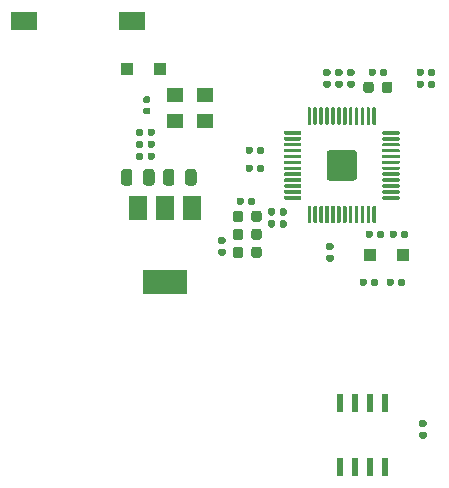
<source format=gbr>
%TF.GenerationSoftware,KiCad,Pcbnew,5.1.12*%
%TF.CreationDate,2021-12-06T16:47:01+08:00*%
%TF.ProjectId,elf2,656c6632-2e6b-4696-9361-645f70636258,rev?*%
%TF.SameCoordinates,Original*%
%TF.FileFunction,Paste,Top*%
%TF.FilePolarity,Positive*%
%FSLAX46Y46*%
G04 Gerber Fmt 4.6, Leading zero omitted, Abs format (unit mm)*
G04 Created by KiCad (PCBNEW 5.1.12) date 2021-12-06 16:47:01*
%MOMM*%
%LPD*%
G01*
G04 APERTURE LIST*
%ADD10R,1.400000X1.200000*%
%ADD11R,2.180000X1.600000*%
%ADD12R,1.500000X2.000000*%
%ADD13R,3.800000X2.000000*%
%ADD14R,0.600000X1.550000*%
%ADD15R,1.100000X1.100000*%
G04 APERTURE END LIST*
%TO.C,U1*%
G36*
G01*
X130785999Y-61194000D02*
X132866001Y-61194000D01*
G75*
G02*
X133116000Y-61443999I0J-249999D01*
G01*
X133116000Y-63524001D01*
G75*
G02*
X132866001Y-63774000I-249999J0D01*
G01*
X130785999Y-63774000D01*
G75*
G02*
X130536000Y-63524001I0J249999D01*
G01*
X130536000Y-61443999D01*
G75*
G02*
X130785999Y-61194000I249999J0D01*
G01*
G37*
G36*
G01*
X134501000Y-57584000D02*
X134651000Y-57584000D01*
G75*
G02*
X134726000Y-57659000I0J-75000D01*
G01*
X134726000Y-58984000D01*
G75*
G02*
X134651000Y-59059000I-75000J0D01*
G01*
X134501000Y-59059000D01*
G75*
G02*
X134426000Y-58984000I0J75000D01*
G01*
X134426000Y-57659000D01*
G75*
G02*
X134501000Y-57584000I75000J0D01*
G01*
G37*
G36*
G01*
X134001000Y-57584000D02*
X134151000Y-57584000D01*
G75*
G02*
X134226000Y-57659000I0J-75000D01*
G01*
X134226000Y-58984000D01*
G75*
G02*
X134151000Y-59059000I-75000J0D01*
G01*
X134001000Y-59059000D01*
G75*
G02*
X133926000Y-58984000I0J75000D01*
G01*
X133926000Y-57659000D01*
G75*
G02*
X134001000Y-57584000I75000J0D01*
G01*
G37*
G36*
G01*
X133501000Y-57584000D02*
X133651000Y-57584000D01*
G75*
G02*
X133726000Y-57659000I0J-75000D01*
G01*
X133726000Y-58984000D01*
G75*
G02*
X133651000Y-59059000I-75000J0D01*
G01*
X133501000Y-59059000D01*
G75*
G02*
X133426000Y-58984000I0J75000D01*
G01*
X133426000Y-57659000D01*
G75*
G02*
X133501000Y-57584000I75000J0D01*
G01*
G37*
G36*
G01*
X133001000Y-57584000D02*
X133151000Y-57584000D01*
G75*
G02*
X133226000Y-57659000I0J-75000D01*
G01*
X133226000Y-58984000D01*
G75*
G02*
X133151000Y-59059000I-75000J0D01*
G01*
X133001000Y-59059000D01*
G75*
G02*
X132926000Y-58984000I0J75000D01*
G01*
X132926000Y-57659000D01*
G75*
G02*
X133001000Y-57584000I75000J0D01*
G01*
G37*
G36*
G01*
X132501000Y-57584000D02*
X132651000Y-57584000D01*
G75*
G02*
X132726000Y-57659000I0J-75000D01*
G01*
X132726000Y-58984000D01*
G75*
G02*
X132651000Y-59059000I-75000J0D01*
G01*
X132501000Y-59059000D01*
G75*
G02*
X132426000Y-58984000I0J75000D01*
G01*
X132426000Y-57659000D01*
G75*
G02*
X132501000Y-57584000I75000J0D01*
G01*
G37*
G36*
G01*
X132001000Y-57584000D02*
X132151000Y-57584000D01*
G75*
G02*
X132226000Y-57659000I0J-75000D01*
G01*
X132226000Y-58984000D01*
G75*
G02*
X132151000Y-59059000I-75000J0D01*
G01*
X132001000Y-59059000D01*
G75*
G02*
X131926000Y-58984000I0J75000D01*
G01*
X131926000Y-57659000D01*
G75*
G02*
X132001000Y-57584000I75000J0D01*
G01*
G37*
G36*
G01*
X131501000Y-57584000D02*
X131651000Y-57584000D01*
G75*
G02*
X131726000Y-57659000I0J-75000D01*
G01*
X131726000Y-58984000D01*
G75*
G02*
X131651000Y-59059000I-75000J0D01*
G01*
X131501000Y-59059000D01*
G75*
G02*
X131426000Y-58984000I0J75000D01*
G01*
X131426000Y-57659000D01*
G75*
G02*
X131501000Y-57584000I75000J0D01*
G01*
G37*
G36*
G01*
X131001000Y-57584000D02*
X131151000Y-57584000D01*
G75*
G02*
X131226000Y-57659000I0J-75000D01*
G01*
X131226000Y-58984000D01*
G75*
G02*
X131151000Y-59059000I-75000J0D01*
G01*
X131001000Y-59059000D01*
G75*
G02*
X130926000Y-58984000I0J75000D01*
G01*
X130926000Y-57659000D01*
G75*
G02*
X131001000Y-57584000I75000J0D01*
G01*
G37*
G36*
G01*
X130501000Y-57584000D02*
X130651000Y-57584000D01*
G75*
G02*
X130726000Y-57659000I0J-75000D01*
G01*
X130726000Y-58984000D01*
G75*
G02*
X130651000Y-59059000I-75000J0D01*
G01*
X130501000Y-59059000D01*
G75*
G02*
X130426000Y-58984000I0J75000D01*
G01*
X130426000Y-57659000D01*
G75*
G02*
X130501000Y-57584000I75000J0D01*
G01*
G37*
G36*
G01*
X130001000Y-57584000D02*
X130151000Y-57584000D01*
G75*
G02*
X130226000Y-57659000I0J-75000D01*
G01*
X130226000Y-58984000D01*
G75*
G02*
X130151000Y-59059000I-75000J0D01*
G01*
X130001000Y-59059000D01*
G75*
G02*
X129926000Y-58984000I0J75000D01*
G01*
X129926000Y-57659000D01*
G75*
G02*
X130001000Y-57584000I75000J0D01*
G01*
G37*
G36*
G01*
X129501000Y-57584000D02*
X129651000Y-57584000D01*
G75*
G02*
X129726000Y-57659000I0J-75000D01*
G01*
X129726000Y-58984000D01*
G75*
G02*
X129651000Y-59059000I-75000J0D01*
G01*
X129501000Y-59059000D01*
G75*
G02*
X129426000Y-58984000I0J75000D01*
G01*
X129426000Y-57659000D01*
G75*
G02*
X129501000Y-57584000I75000J0D01*
G01*
G37*
G36*
G01*
X129001000Y-57584000D02*
X129151000Y-57584000D01*
G75*
G02*
X129226000Y-57659000I0J-75000D01*
G01*
X129226000Y-58984000D01*
G75*
G02*
X129151000Y-59059000I-75000J0D01*
G01*
X129001000Y-59059000D01*
G75*
G02*
X128926000Y-58984000I0J75000D01*
G01*
X128926000Y-57659000D01*
G75*
G02*
X129001000Y-57584000I75000J0D01*
G01*
G37*
G36*
G01*
X127001000Y-59584000D02*
X128326000Y-59584000D01*
G75*
G02*
X128401000Y-59659000I0J-75000D01*
G01*
X128401000Y-59809000D01*
G75*
G02*
X128326000Y-59884000I-75000J0D01*
G01*
X127001000Y-59884000D01*
G75*
G02*
X126926000Y-59809000I0J75000D01*
G01*
X126926000Y-59659000D01*
G75*
G02*
X127001000Y-59584000I75000J0D01*
G01*
G37*
G36*
G01*
X127001000Y-60084000D02*
X128326000Y-60084000D01*
G75*
G02*
X128401000Y-60159000I0J-75000D01*
G01*
X128401000Y-60309000D01*
G75*
G02*
X128326000Y-60384000I-75000J0D01*
G01*
X127001000Y-60384000D01*
G75*
G02*
X126926000Y-60309000I0J75000D01*
G01*
X126926000Y-60159000D01*
G75*
G02*
X127001000Y-60084000I75000J0D01*
G01*
G37*
G36*
G01*
X127001000Y-60584000D02*
X128326000Y-60584000D01*
G75*
G02*
X128401000Y-60659000I0J-75000D01*
G01*
X128401000Y-60809000D01*
G75*
G02*
X128326000Y-60884000I-75000J0D01*
G01*
X127001000Y-60884000D01*
G75*
G02*
X126926000Y-60809000I0J75000D01*
G01*
X126926000Y-60659000D01*
G75*
G02*
X127001000Y-60584000I75000J0D01*
G01*
G37*
G36*
G01*
X127001000Y-61084000D02*
X128326000Y-61084000D01*
G75*
G02*
X128401000Y-61159000I0J-75000D01*
G01*
X128401000Y-61309000D01*
G75*
G02*
X128326000Y-61384000I-75000J0D01*
G01*
X127001000Y-61384000D01*
G75*
G02*
X126926000Y-61309000I0J75000D01*
G01*
X126926000Y-61159000D01*
G75*
G02*
X127001000Y-61084000I75000J0D01*
G01*
G37*
G36*
G01*
X127001000Y-61584000D02*
X128326000Y-61584000D01*
G75*
G02*
X128401000Y-61659000I0J-75000D01*
G01*
X128401000Y-61809000D01*
G75*
G02*
X128326000Y-61884000I-75000J0D01*
G01*
X127001000Y-61884000D01*
G75*
G02*
X126926000Y-61809000I0J75000D01*
G01*
X126926000Y-61659000D01*
G75*
G02*
X127001000Y-61584000I75000J0D01*
G01*
G37*
G36*
G01*
X127001000Y-62084000D02*
X128326000Y-62084000D01*
G75*
G02*
X128401000Y-62159000I0J-75000D01*
G01*
X128401000Y-62309000D01*
G75*
G02*
X128326000Y-62384000I-75000J0D01*
G01*
X127001000Y-62384000D01*
G75*
G02*
X126926000Y-62309000I0J75000D01*
G01*
X126926000Y-62159000D01*
G75*
G02*
X127001000Y-62084000I75000J0D01*
G01*
G37*
G36*
G01*
X127001000Y-62584000D02*
X128326000Y-62584000D01*
G75*
G02*
X128401000Y-62659000I0J-75000D01*
G01*
X128401000Y-62809000D01*
G75*
G02*
X128326000Y-62884000I-75000J0D01*
G01*
X127001000Y-62884000D01*
G75*
G02*
X126926000Y-62809000I0J75000D01*
G01*
X126926000Y-62659000D01*
G75*
G02*
X127001000Y-62584000I75000J0D01*
G01*
G37*
G36*
G01*
X127001000Y-63084000D02*
X128326000Y-63084000D01*
G75*
G02*
X128401000Y-63159000I0J-75000D01*
G01*
X128401000Y-63309000D01*
G75*
G02*
X128326000Y-63384000I-75000J0D01*
G01*
X127001000Y-63384000D01*
G75*
G02*
X126926000Y-63309000I0J75000D01*
G01*
X126926000Y-63159000D01*
G75*
G02*
X127001000Y-63084000I75000J0D01*
G01*
G37*
G36*
G01*
X127001000Y-63584000D02*
X128326000Y-63584000D01*
G75*
G02*
X128401000Y-63659000I0J-75000D01*
G01*
X128401000Y-63809000D01*
G75*
G02*
X128326000Y-63884000I-75000J0D01*
G01*
X127001000Y-63884000D01*
G75*
G02*
X126926000Y-63809000I0J75000D01*
G01*
X126926000Y-63659000D01*
G75*
G02*
X127001000Y-63584000I75000J0D01*
G01*
G37*
G36*
G01*
X127001000Y-64084000D02*
X128326000Y-64084000D01*
G75*
G02*
X128401000Y-64159000I0J-75000D01*
G01*
X128401000Y-64309000D01*
G75*
G02*
X128326000Y-64384000I-75000J0D01*
G01*
X127001000Y-64384000D01*
G75*
G02*
X126926000Y-64309000I0J75000D01*
G01*
X126926000Y-64159000D01*
G75*
G02*
X127001000Y-64084000I75000J0D01*
G01*
G37*
G36*
G01*
X127001000Y-64584000D02*
X128326000Y-64584000D01*
G75*
G02*
X128401000Y-64659000I0J-75000D01*
G01*
X128401000Y-64809000D01*
G75*
G02*
X128326000Y-64884000I-75000J0D01*
G01*
X127001000Y-64884000D01*
G75*
G02*
X126926000Y-64809000I0J75000D01*
G01*
X126926000Y-64659000D01*
G75*
G02*
X127001000Y-64584000I75000J0D01*
G01*
G37*
G36*
G01*
X127001000Y-65084000D02*
X128326000Y-65084000D01*
G75*
G02*
X128401000Y-65159000I0J-75000D01*
G01*
X128401000Y-65309000D01*
G75*
G02*
X128326000Y-65384000I-75000J0D01*
G01*
X127001000Y-65384000D01*
G75*
G02*
X126926000Y-65309000I0J75000D01*
G01*
X126926000Y-65159000D01*
G75*
G02*
X127001000Y-65084000I75000J0D01*
G01*
G37*
G36*
G01*
X129001000Y-65909000D02*
X129151000Y-65909000D01*
G75*
G02*
X129226000Y-65984000I0J-75000D01*
G01*
X129226000Y-67309000D01*
G75*
G02*
X129151000Y-67384000I-75000J0D01*
G01*
X129001000Y-67384000D01*
G75*
G02*
X128926000Y-67309000I0J75000D01*
G01*
X128926000Y-65984000D01*
G75*
G02*
X129001000Y-65909000I75000J0D01*
G01*
G37*
G36*
G01*
X129501000Y-65909000D02*
X129651000Y-65909000D01*
G75*
G02*
X129726000Y-65984000I0J-75000D01*
G01*
X129726000Y-67309000D01*
G75*
G02*
X129651000Y-67384000I-75000J0D01*
G01*
X129501000Y-67384000D01*
G75*
G02*
X129426000Y-67309000I0J75000D01*
G01*
X129426000Y-65984000D01*
G75*
G02*
X129501000Y-65909000I75000J0D01*
G01*
G37*
G36*
G01*
X130001000Y-65909000D02*
X130151000Y-65909000D01*
G75*
G02*
X130226000Y-65984000I0J-75000D01*
G01*
X130226000Y-67309000D01*
G75*
G02*
X130151000Y-67384000I-75000J0D01*
G01*
X130001000Y-67384000D01*
G75*
G02*
X129926000Y-67309000I0J75000D01*
G01*
X129926000Y-65984000D01*
G75*
G02*
X130001000Y-65909000I75000J0D01*
G01*
G37*
G36*
G01*
X130501000Y-65909000D02*
X130651000Y-65909000D01*
G75*
G02*
X130726000Y-65984000I0J-75000D01*
G01*
X130726000Y-67309000D01*
G75*
G02*
X130651000Y-67384000I-75000J0D01*
G01*
X130501000Y-67384000D01*
G75*
G02*
X130426000Y-67309000I0J75000D01*
G01*
X130426000Y-65984000D01*
G75*
G02*
X130501000Y-65909000I75000J0D01*
G01*
G37*
G36*
G01*
X131001000Y-65909000D02*
X131151000Y-65909000D01*
G75*
G02*
X131226000Y-65984000I0J-75000D01*
G01*
X131226000Y-67309000D01*
G75*
G02*
X131151000Y-67384000I-75000J0D01*
G01*
X131001000Y-67384000D01*
G75*
G02*
X130926000Y-67309000I0J75000D01*
G01*
X130926000Y-65984000D01*
G75*
G02*
X131001000Y-65909000I75000J0D01*
G01*
G37*
G36*
G01*
X131501000Y-65909000D02*
X131651000Y-65909000D01*
G75*
G02*
X131726000Y-65984000I0J-75000D01*
G01*
X131726000Y-67309000D01*
G75*
G02*
X131651000Y-67384000I-75000J0D01*
G01*
X131501000Y-67384000D01*
G75*
G02*
X131426000Y-67309000I0J75000D01*
G01*
X131426000Y-65984000D01*
G75*
G02*
X131501000Y-65909000I75000J0D01*
G01*
G37*
G36*
G01*
X132001000Y-65909000D02*
X132151000Y-65909000D01*
G75*
G02*
X132226000Y-65984000I0J-75000D01*
G01*
X132226000Y-67309000D01*
G75*
G02*
X132151000Y-67384000I-75000J0D01*
G01*
X132001000Y-67384000D01*
G75*
G02*
X131926000Y-67309000I0J75000D01*
G01*
X131926000Y-65984000D01*
G75*
G02*
X132001000Y-65909000I75000J0D01*
G01*
G37*
G36*
G01*
X132501000Y-65909000D02*
X132651000Y-65909000D01*
G75*
G02*
X132726000Y-65984000I0J-75000D01*
G01*
X132726000Y-67309000D01*
G75*
G02*
X132651000Y-67384000I-75000J0D01*
G01*
X132501000Y-67384000D01*
G75*
G02*
X132426000Y-67309000I0J75000D01*
G01*
X132426000Y-65984000D01*
G75*
G02*
X132501000Y-65909000I75000J0D01*
G01*
G37*
G36*
G01*
X133001000Y-65909000D02*
X133151000Y-65909000D01*
G75*
G02*
X133226000Y-65984000I0J-75000D01*
G01*
X133226000Y-67309000D01*
G75*
G02*
X133151000Y-67384000I-75000J0D01*
G01*
X133001000Y-67384000D01*
G75*
G02*
X132926000Y-67309000I0J75000D01*
G01*
X132926000Y-65984000D01*
G75*
G02*
X133001000Y-65909000I75000J0D01*
G01*
G37*
G36*
G01*
X133501000Y-65909000D02*
X133651000Y-65909000D01*
G75*
G02*
X133726000Y-65984000I0J-75000D01*
G01*
X133726000Y-67309000D01*
G75*
G02*
X133651000Y-67384000I-75000J0D01*
G01*
X133501000Y-67384000D01*
G75*
G02*
X133426000Y-67309000I0J75000D01*
G01*
X133426000Y-65984000D01*
G75*
G02*
X133501000Y-65909000I75000J0D01*
G01*
G37*
G36*
G01*
X134001000Y-65909000D02*
X134151000Y-65909000D01*
G75*
G02*
X134226000Y-65984000I0J-75000D01*
G01*
X134226000Y-67309000D01*
G75*
G02*
X134151000Y-67384000I-75000J0D01*
G01*
X134001000Y-67384000D01*
G75*
G02*
X133926000Y-67309000I0J75000D01*
G01*
X133926000Y-65984000D01*
G75*
G02*
X134001000Y-65909000I75000J0D01*
G01*
G37*
G36*
G01*
X134501000Y-65909000D02*
X134651000Y-65909000D01*
G75*
G02*
X134726000Y-65984000I0J-75000D01*
G01*
X134726000Y-67309000D01*
G75*
G02*
X134651000Y-67384000I-75000J0D01*
G01*
X134501000Y-67384000D01*
G75*
G02*
X134426000Y-67309000I0J75000D01*
G01*
X134426000Y-65984000D01*
G75*
G02*
X134501000Y-65909000I75000J0D01*
G01*
G37*
G36*
G01*
X135326000Y-65084000D02*
X136651000Y-65084000D01*
G75*
G02*
X136726000Y-65159000I0J-75000D01*
G01*
X136726000Y-65309000D01*
G75*
G02*
X136651000Y-65384000I-75000J0D01*
G01*
X135326000Y-65384000D01*
G75*
G02*
X135251000Y-65309000I0J75000D01*
G01*
X135251000Y-65159000D01*
G75*
G02*
X135326000Y-65084000I75000J0D01*
G01*
G37*
G36*
G01*
X135326000Y-64584000D02*
X136651000Y-64584000D01*
G75*
G02*
X136726000Y-64659000I0J-75000D01*
G01*
X136726000Y-64809000D01*
G75*
G02*
X136651000Y-64884000I-75000J0D01*
G01*
X135326000Y-64884000D01*
G75*
G02*
X135251000Y-64809000I0J75000D01*
G01*
X135251000Y-64659000D01*
G75*
G02*
X135326000Y-64584000I75000J0D01*
G01*
G37*
G36*
G01*
X135326000Y-64084000D02*
X136651000Y-64084000D01*
G75*
G02*
X136726000Y-64159000I0J-75000D01*
G01*
X136726000Y-64309000D01*
G75*
G02*
X136651000Y-64384000I-75000J0D01*
G01*
X135326000Y-64384000D01*
G75*
G02*
X135251000Y-64309000I0J75000D01*
G01*
X135251000Y-64159000D01*
G75*
G02*
X135326000Y-64084000I75000J0D01*
G01*
G37*
G36*
G01*
X135326000Y-63584000D02*
X136651000Y-63584000D01*
G75*
G02*
X136726000Y-63659000I0J-75000D01*
G01*
X136726000Y-63809000D01*
G75*
G02*
X136651000Y-63884000I-75000J0D01*
G01*
X135326000Y-63884000D01*
G75*
G02*
X135251000Y-63809000I0J75000D01*
G01*
X135251000Y-63659000D01*
G75*
G02*
X135326000Y-63584000I75000J0D01*
G01*
G37*
G36*
G01*
X135326000Y-63084000D02*
X136651000Y-63084000D01*
G75*
G02*
X136726000Y-63159000I0J-75000D01*
G01*
X136726000Y-63309000D01*
G75*
G02*
X136651000Y-63384000I-75000J0D01*
G01*
X135326000Y-63384000D01*
G75*
G02*
X135251000Y-63309000I0J75000D01*
G01*
X135251000Y-63159000D01*
G75*
G02*
X135326000Y-63084000I75000J0D01*
G01*
G37*
G36*
G01*
X135326000Y-62584000D02*
X136651000Y-62584000D01*
G75*
G02*
X136726000Y-62659000I0J-75000D01*
G01*
X136726000Y-62809000D01*
G75*
G02*
X136651000Y-62884000I-75000J0D01*
G01*
X135326000Y-62884000D01*
G75*
G02*
X135251000Y-62809000I0J75000D01*
G01*
X135251000Y-62659000D01*
G75*
G02*
X135326000Y-62584000I75000J0D01*
G01*
G37*
G36*
G01*
X135326000Y-62084000D02*
X136651000Y-62084000D01*
G75*
G02*
X136726000Y-62159000I0J-75000D01*
G01*
X136726000Y-62309000D01*
G75*
G02*
X136651000Y-62384000I-75000J0D01*
G01*
X135326000Y-62384000D01*
G75*
G02*
X135251000Y-62309000I0J75000D01*
G01*
X135251000Y-62159000D01*
G75*
G02*
X135326000Y-62084000I75000J0D01*
G01*
G37*
G36*
G01*
X135326000Y-61584000D02*
X136651000Y-61584000D01*
G75*
G02*
X136726000Y-61659000I0J-75000D01*
G01*
X136726000Y-61809000D01*
G75*
G02*
X136651000Y-61884000I-75000J0D01*
G01*
X135326000Y-61884000D01*
G75*
G02*
X135251000Y-61809000I0J75000D01*
G01*
X135251000Y-61659000D01*
G75*
G02*
X135326000Y-61584000I75000J0D01*
G01*
G37*
G36*
G01*
X135326000Y-61084000D02*
X136651000Y-61084000D01*
G75*
G02*
X136726000Y-61159000I0J-75000D01*
G01*
X136726000Y-61309000D01*
G75*
G02*
X136651000Y-61384000I-75000J0D01*
G01*
X135326000Y-61384000D01*
G75*
G02*
X135251000Y-61309000I0J75000D01*
G01*
X135251000Y-61159000D01*
G75*
G02*
X135326000Y-61084000I75000J0D01*
G01*
G37*
G36*
G01*
X135326000Y-60584000D02*
X136651000Y-60584000D01*
G75*
G02*
X136726000Y-60659000I0J-75000D01*
G01*
X136726000Y-60809000D01*
G75*
G02*
X136651000Y-60884000I-75000J0D01*
G01*
X135326000Y-60884000D01*
G75*
G02*
X135251000Y-60809000I0J75000D01*
G01*
X135251000Y-60659000D01*
G75*
G02*
X135326000Y-60584000I75000J0D01*
G01*
G37*
G36*
G01*
X135326000Y-60084000D02*
X136651000Y-60084000D01*
G75*
G02*
X136726000Y-60159000I0J-75000D01*
G01*
X136726000Y-60309000D01*
G75*
G02*
X136651000Y-60384000I-75000J0D01*
G01*
X135326000Y-60384000D01*
G75*
G02*
X135251000Y-60309000I0J75000D01*
G01*
X135251000Y-60159000D01*
G75*
G02*
X135326000Y-60084000I75000J0D01*
G01*
G37*
G36*
G01*
X135326000Y-59584000D02*
X136651000Y-59584000D01*
G75*
G02*
X136726000Y-59659000I0J-75000D01*
G01*
X136726000Y-59809000D01*
G75*
G02*
X136651000Y-59884000I-75000J0D01*
G01*
X135326000Y-59884000D01*
G75*
G02*
X135251000Y-59809000I0J75000D01*
G01*
X135251000Y-59659000D01*
G75*
G02*
X135326000Y-59584000I75000J0D01*
G01*
G37*
%TD*%
D10*
%TO.C,X1*%
X117668000Y-56559001D03*
X120208000Y-56559001D03*
X120208000Y-58759001D03*
X117668000Y-58759001D03*
%TD*%
%TO.C,C16*%
G36*
G01*
X115486000Y-57204000D02*
X115146000Y-57204000D01*
G75*
G02*
X115006000Y-57064000I0J140000D01*
G01*
X115006000Y-56784000D01*
G75*
G02*
X115146000Y-56644000I140000J0D01*
G01*
X115486000Y-56644000D01*
G75*
G02*
X115626000Y-56784000I0J-140000D01*
G01*
X115626000Y-57064000D01*
G75*
G02*
X115486000Y-57204000I-140000J0D01*
G01*
G37*
G36*
G01*
X115486000Y-58164000D02*
X115146000Y-58164000D01*
G75*
G02*
X115006000Y-58024000I0J140000D01*
G01*
X115006000Y-57744000D01*
G75*
G02*
X115146000Y-57604000I140000J0D01*
G01*
X115486000Y-57604000D01*
G75*
G02*
X115626000Y-57744000I0J-140000D01*
G01*
X115626000Y-58024000D01*
G75*
G02*
X115486000Y-58164000I-140000J0D01*
G01*
G37*
%TD*%
D11*
%TO.C,SW1*%
X104884000Y-50292000D03*
X114064000Y-50292000D03*
%TD*%
%TO.C,C9*%
G36*
G01*
X134892000Y-72217500D02*
X134892000Y-72562500D01*
G75*
G02*
X134744500Y-72710000I-147500J0D01*
G01*
X134449500Y-72710000D01*
G75*
G02*
X134302000Y-72562500I0J147500D01*
G01*
X134302000Y-72217500D01*
G75*
G02*
X134449500Y-72070000I147500J0D01*
G01*
X134744500Y-72070000D01*
G75*
G02*
X134892000Y-72217500I0J-147500D01*
G01*
G37*
G36*
G01*
X133922000Y-72217500D02*
X133922000Y-72562500D01*
G75*
G02*
X133774500Y-72710000I-147500J0D01*
G01*
X133479500Y-72710000D01*
G75*
G02*
X133332000Y-72562500I0J147500D01*
G01*
X133332000Y-72217500D01*
G75*
G02*
X133479500Y-72070000I147500J0D01*
G01*
X133774500Y-72070000D01*
G75*
G02*
X133922000Y-72217500I0J-147500D01*
G01*
G37*
%TD*%
D12*
%TO.C,U2*%
X119140000Y-66065000D03*
X114540000Y-66065000D03*
X116840000Y-66065000D03*
D13*
X116840000Y-72365000D03*
%TD*%
D14*
%TO.C,U3*%
X135509000Y-88044000D03*
X134239000Y-88044000D03*
X132969000Y-88044000D03*
X131699000Y-88044000D03*
X131699000Y-82644000D03*
X132969000Y-82644000D03*
X134239000Y-82644000D03*
X135509000Y-82644000D03*
%TD*%
%TO.C,C15*%
G36*
G01*
X138511500Y-84056000D02*
X138856500Y-84056000D01*
G75*
G02*
X139004000Y-84203500I0J-147500D01*
G01*
X139004000Y-84498500D01*
G75*
G02*
X138856500Y-84646000I-147500J0D01*
G01*
X138511500Y-84646000D01*
G75*
G02*
X138364000Y-84498500I0J147500D01*
G01*
X138364000Y-84203500D01*
G75*
G02*
X138511500Y-84056000I147500J0D01*
G01*
G37*
G36*
G01*
X138511500Y-85026000D02*
X138856500Y-85026000D01*
G75*
G02*
X139004000Y-85173500I0J-147500D01*
G01*
X139004000Y-85468500D01*
G75*
G02*
X138856500Y-85616000I-147500J0D01*
G01*
X138511500Y-85616000D01*
G75*
G02*
X138364000Y-85468500I0J147500D01*
G01*
X138364000Y-85173500D01*
G75*
G02*
X138511500Y-85026000I147500J0D01*
G01*
G37*
%TD*%
%TO.C,D3*%
G36*
G01*
X125050000Y-69593750D02*
X125050000Y-70106250D01*
G75*
G02*
X124831250Y-70325000I-218750J0D01*
G01*
X124393750Y-70325000D01*
G75*
G02*
X124175000Y-70106250I0J218750D01*
G01*
X124175000Y-69593750D01*
G75*
G02*
X124393750Y-69375000I218750J0D01*
G01*
X124831250Y-69375000D01*
G75*
G02*
X125050000Y-69593750I0J-218750D01*
G01*
G37*
G36*
G01*
X123475000Y-69593750D02*
X123475000Y-70106250D01*
G75*
G02*
X123256250Y-70325000I-218750J0D01*
G01*
X122818750Y-70325000D01*
G75*
G02*
X122600000Y-70106250I0J218750D01*
G01*
X122600000Y-69593750D01*
G75*
G02*
X122818750Y-69375000I218750J0D01*
G01*
X123256250Y-69375000D01*
G75*
G02*
X123475000Y-69593750I0J-218750D01*
G01*
G37*
%TD*%
%TO.C,D4*%
G36*
G01*
X124175000Y-68582250D02*
X124175000Y-68069750D01*
G75*
G02*
X124393750Y-67851000I218750J0D01*
G01*
X124831250Y-67851000D01*
G75*
G02*
X125050000Y-68069750I0J-218750D01*
G01*
X125050000Y-68582250D01*
G75*
G02*
X124831250Y-68801000I-218750J0D01*
G01*
X124393750Y-68801000D01*
G75*
G02*
X124175000Y-68582250I0J218750D01*
G01*
G37*
G36*
G01*
X122600000Y-68582250D02*
X122600000Y-68069750D01*
G75*
G02*
X122818750Y-67851000I218750J0D01*
G01*
X123256250Y-67851000D01*
G75*
G02*
X123475000Y-68069750I0J-218750D01*
G01*
X123475000Y-68582250D01*
G75*
G02*
X123256250Y-68801000I-218750J0D01*
G01*
X122818750Y-68801000D01*
G75*
G02*
X122600000Y-68582250I0J218750D01*
G01*
G37*
%TD*%
%TO.C,D5*%
G36*
G01*
X122600000Y-67058250D02*
X122600000Y-66545750D01*
G75*
G02*
X122818750Y-66327000I218750J0D01*
G01*
X123256250Y-66327000D01*
G75*
G02*
X123475000Y-66545750I0J-218750D01*
G01*
X123475000Y-67058250D01*
G75*
G02*
X123256250Y-67277000I-218750J0D01*
G01*
X122818750Y-67277000D01*
G75*
G02*
X122600000Y-67058250I0J218750D01*
G01*
G37*
G36*
G01*
X124175000Y-67058250D02*
X124175000Y-66545750D01*
G75*
G02*
X124393750Y-66327000I218750J0D01*
G01*
X124831250Y-66327000D01*
G75*
G02*
X125050000Y-66545750I0J-218750D01*
G01*
X125050000Y-67058250D01*
G75*
G02*
X124831250Y-67277000I-218750J0D01*
G01*
X124393750Y-67277000D01*
G75*
G02*
X124175000Y-67058250I0J218750D01*
G01*
G37*
%TD*%
%TO.C,R8*%
G36*
G01*
X127145000Y-66248500D02*
X127145000Y-66593500D01*
G75*
G02*
X126997500Y-66741000I-147500J0D01*
G01*
X126702500Y-66741000D01*
G75*
G02*
X126555000Y-66593500I0J147500D01*
G01*
X126555000Y-66248500D01*
G75*
G02*
X126702500Y-66101000I147500J0D01*
G01*
X126997500Y-66101000D01*
G75*
G02*
X127145000Y-66248500I0J-147500D01*
G01*
G37*
G36*
G01*
X126175000Y-66248500D02*
X126175000Y-66593500D01*
G75*
G02*
X126027500Y-66741000I-147500J0D01*
G01*
X125732500Y-66741000D01*
G75*
G02*
X125585000Y-66593500I0J147500D01*
G01*
X125585000Y-66248500D01*
G75*
G02*
X125732500Y-66101000I147500J0D01*
G01*
X126027500Y-66101000D01*
G75*
G02*
X126175000Y-66248500I0J-147500D01*
G01*
G37*
%TD*%
%TO.C,R7*%
G36*
G01*
X126175000Y-67264500D02*
X126175000Y-67609500D01*
G75*
G02*
X126027500Y-67757000I-147500J0D01*
G01*
X125732500Y-67757000D01*
G75*
G02*
X125585000Y-67609500I0J147500D01*
G01*
X125585000Y-67264500D01*
G75*
G02*
X125732500Y-67117000I147500J0D01*
G01*
X126027500Y-67117000D01*
G75*
G02*
X126175000Y-67264500I0J-147500D01*
G01*
G37*
G36*
G01*
X127145000Y-67264500D02*
X127145000Y-67609500D01*
G75*
G02*
X126997500Y-67757000I-147500J0D01*
G01*
X126702500Y-67757000D01*
G75*
G02*
X126555000Y-67609500I0J147500D01*
G01*
X126555000Y-67264500D01*
G75*
G02*
X126702500Y-67117000I147500J0D01*
G01*
X126997500Y-67117000D01*
G75*
G02*
X127145000Y-67264500I0J-147500D01*
G01*
G37*
%TD*%
%TO.C,R6*%
G36*
G01*
X121493500Y-68562000D02*
X121838500Y-68562000D01*
G75*
G02*
X121986000Y-68709500I0J-147500D01*
G01*
X121986000Y-69004500D01*
G75*
G02*
X121838500Y-69152000I-147500J0D01*
G01*
X121493500Y-69152000D01*
G75*
G02*
X121346000Y-69004500I0J147500D01*
G01*
X121346000Y-68709500D01*
G75*
G02*
X121493500Y-68562000I147500J0D01*
G01*
G37*
G36*
G01*
X121493500Y-69532000D02*
X121838500Y-69532000D01*
G75*
G02*
X121986000Y-69679500I0J-147500D01*
G01*
X121986000Y-69974500D01*
G75*
G02*
X121838500Y-70122000I-147500J0D01*
G01*
X121493500Y-70122000D01*
G75*
G02*
X121346000Y-69974500I0J147500D01*
G01*
X121346000Y-69679500D01*
G75*
G02*
X121493500Y-69532000I147500J0D01*
G01*
G37*
%TD*%
%TO.C,R5*%
G36*
G01*
X132415500Y-55308000D02*
X132760500Y-55308000D01*
G75*
G02*
X132908000Y-55455500I0J-147500D01*
G01*
X132908000Y-55750500D01*
G75*
G02*
X132760500Y-55898000I-147500J0D01*
G01*
X132415500Y-55898000D01*
G75*
G02*
X132268000Y-55750500I0J147500D01*
G01*
X132268000Y-55455500D01*
G75*
G02*
X132415500Y-55308000I147500J0D01*
G01*
G37*
G36*
G01*
X132415500Y-54338000D02*
X132760500Y-54338000D01*
G75*
G02*
X132908000Y-54485500I0J-147500D01*
G01*
X132908000Y-54780500D01*
G75*
G02*
X132760500Y-54928000I-147500J0D01*
G01*
X132415500Y-54928000D01*
G75*
G02*
X132268000Y-54780500I0J147500D01*
G01*
X132268000Y-54485500D01*
G75*
G02*
X132415500Y-54338000I147500J0D01*
G01*
G37*
%TD*%
%TO.C,R4*%
G36*
G01*
X131744500Y-55898000D02*
X131399500Y-55898000D01*
G75*
G02*
X131252000Y-55750500I0J147500D01*
G01*
X131252000Y-55455500D01*
G75*
G02*
X131399500Y-55308000I147500J0D01*
G01*
X131744500Y-55308000D01*
G75*
G02*
X131892000Y-55455500I0J-147500D01*
G01*
X131892000Y-55750500D01*
G75*
G02*
X131744500Y-55898000I-147500J0D01*
G01*
G37*
G36*
G01*
X131744500Y-54928000D02*
X131399500Y-54928000D01*
G75*
G02*
X131252000Y-54780500I0J147500D01*
G01*
X131252000Y-54485500D01*
G75*
G02*
X131399500Y-54338000I147500J0D01*
G01*
X131744500Y-54338000D01*
G75*
G02*
X131892000Y-54485500I0J-147500D01*
G01*
X131892000Y-54780500D01*
G75*
G02*
X131744500Y-54928000I-147500J0D01*
G01*
G37*
%TD*%
%TO.C,C2*%
G36*
G01*
X124650000Y-61386500D02*
X124650000Y-61041500D01*
G75*
G02*
X124797500Y-60894000I147500J0D01*
G01*
X125092500Y-60894000D01*
G75*
G02*
X125240000Y-61041500I0J-147500D01*
G01*
X125240000Y-61386500D01*
G75*
G02*
X125092500Y-61534000I-147500J0D01*
G01*
X124797500Y-61534000D01*
G75*
G02*
X124650000Y-61386500I0J147500D01*
G01*
G37*
G36*
G01*
X123680000Y-61386500D02*
X123680000Y-61041500D01*
G75*
G02*
X123827500Y-60894000I147500J0D01*
G01*
X124122500Y-60894000D01*
G75*
G02*
X124270000Y-61041500I0J-147500D01*
G01*
X124270000Y-61386500D01*
G75*
G02*
X124122500Y-61534000I-147500J0D01*
G01*
X123827500Y-61534000D01*
G75*
G02*
X123680000Y-61386500I0J147500D01*
G01*
G37*
%TD*%
%TO.C,C3*%
G36*
G01*
X122918000Y-65704500D02*
X122918000Y-65359500D01*
G75*
G02*
X123065500Y-65212000I147500J0D01*
G01*
X123360500Y-65212000D01*
G75*
G02*
X123508000Y-65359500I0J-147500D01*
G01*
X123508000Y-65704500D01*
G75*
G02*
X123360500Y-65852000I-147500J0D01*
G01*
X123065500Y-65852000D01*
G75*
G02*
X122918000Y-65704500I0J147500D01*
G01*
G37*
G36*
G01*
X123888000Y-65704500D02*
X123888000Y-65359500D01*
G75*
G02*
X124035500Y-65212000I147500J0D01*
G01*
X124330500Y-65212000D01*
G75*
G02*
X124478000Y-65359500I0J-147500D01*
G01*
X124478000Y-65704500D01*
G75*
G02*
X124330500Y-65852000I-147500J0D01*
G01*
X124035500Y-65852000D01*
G75*
G02*
X123888000Y-65704500I0J147500D01*
G01*
G37*
%TD*%
%TO.C,C4*%
G36*
G01*
X130982500Y-69660000D02*
X130637500Y-69660000D01*
G75*
G02*
X130490000Y-69512500I0J147500D01*
G01*
X130490000Y-69217500D01*
G75*
G02*
X130637500Y-69070000I147500J0D01*
G01*
X130982500Y-69070000D01*
G75*
G02*
X131130000Y-69217500I0J-147500D01*
G01*
X131130000Y-69512500D01*
G75*
G02*
X130982500Y-69660000I-147500J0D01*
G01*
G37*
G36*
G01*
X130982500Y-70630000D02*
X130637500Y-70630000D01*
G75*
G02*
X130490000Y-70482500I0J147500D01*
G01*
X130490000Y-70187500D01*
G75*
G02*
X130637500Y-70040000I147500J0D01*
G01*
X130982500Y-70040000D01*
G75*
G02*
X131130000Y-70187500I0J-147500D01*
G01*
X131130000Y-70482500D01*
G75*
G02*
X130982500Y-70630000I-147500J0D01*
G01*
G37*
%TD*%
%TO.C,C7*%
G36*
G01*
X139718000Y-55453500D02*
X139718000Y-55798500D01*
G75*
G02*
X139570500Y-55946000I-147500J0D01*
G01*
X139275500Y-55946000D01*
G75*
G02*
X139128000Y-55798500I0J147500D01*
G01*
X139128000Y-55453500D01*
G75*
G02*
X139275500Y-55306000I147500J0D01*
G01*
X139570500Y-55306000D01*
G75*
G02*
X139718000Y-55453500I0J-147500D01*
G01*
G37*
G36*
G01*
X138748000Y-55453500D02*
X138748000Y-55798500D01*
G75*
G02*
X138600500Y-55946000I-147500J0D01*
G01*
X138305500Y-55946000D01*
G75*
G02*
X138158000Y-55798500I0J147500D01*
G01*
X138158000Y-55453500D01*
G75*
G02*
X138305500Y-55306000I147500J0D01*
G01*
X138600500Y-55306000D01*
G75*
G02*
X138748000Y-55453500I0J-147500D01*
G01*
G37*
%TD*%
%TO.C,C8*%
G36*
G01*
X136588000Y-72562500D02*
X136588000Y-72217500D01*
G75*
G02*
X136735500Y-72070000I147500J0D01*
G01*
X137030500Y-72070000D01*
G75*
G02*
X137178000Y-72217500I0J-147500D01*
G01*
X137178000Y-72562500D01*
G75*
G02*
X137030500Y-72710000I-147500J0D01*
G01*
X136735500Y-72710000D01*
G75*
G02*
X136588000Y-72562500I0J147500D01*
G01*
G37*
G36*
G01*
X135618000Y-72562500D02*
X135618000Y-72217500D01*
G75*
G02*
X135765500Y-72070000I147500J0D01*
G01*
X136060500Y-72070000D01*
G75*
G02*
X136208000Y-72217500I0J-147500D01*
G01*
X136208000Y-72562500D01*
G75*
G02*
X136060500Y-72710000I-147500J0D01*
G01*
X135765500Y-72710000D01*
G75*
G02*
X135618000Y-72562500I0J147500D01*
G01*
G37*
%TD*%
%TO.C,C10*%
G36*
G01*
X136462000Y-68153500D02*
X136462000Y-68498500D01*
G75*
G02*
X136314500Y-68646000I-147500J0D01*
G01*
X136019500Y-68646000D01*
G75*
G02*
X135872000Y-68498500I0J147500D01*
G01*
X135872000Y-68153500D01*
G75*
G02*
X136019500Y-68006000I147500J0D01*
G01*
X136314500Y-68006000D01*
G75*
G02*
X136462000Y-68153500I0J-147500D01*
G01*
G37*
G36*
G01*
X137432000Y-68153500D02*
X137432000Y-68498500D01*
G75*
G02*
X137284500Y-68646000I-147500J0D01*
G01*
X136989500Y-68646000D01*
G75*
G02*
X136842000Y-68498500I0J147500D01*
G01*
X136842000Y-68153500D01*
G75*
G02*
X136989500Y-68006000I147500J0D01*
G01*
X137284500Y-68006000D01*
G75*
G02*
X137432000Y-68153500I0J-147500D01*
G01*
G37*
%TD*%
%TO.C,C11*%
G36*
G01*
X125240000Y-62565500D02*
X125240000Y-62910500D01*
G75*
G02*
X125092500Y-63058000I-147500J0D01*
G01*
X124797500Y-63058000D01*
G75*
G02*
X124650000Y-62910500I0J147500D01*
G01*
X124650000Y-62565500D01*
G75*
G02*
X124797500Y-62418000I147500J0D01*
G01*
X125092500Y-62418000D01*
G75*
G02*
X125240000Y-62565500I0J-147500D01*
G01*
G37*
G36*
G01*
X124270000Y-62565500D02*
X124270000Y-62910500D01*
G75*
G02*
X124122500Y-63058000I-147500J0D01*
G01*
X123827500Y-63058000D01*
G75*
G02*
X123680000Y-62910500I0J147500D01*
G01*
X123680000Y-62565500D01*
G75*
G02*
X123827500Y-62418000I147500J0D01*
G01*
X124122500Y-62418000D01*
G75*
G02*
X124270000Y-62565500I0J-147500D01*
G01*
G37*
%TD*%
%TO.C,C12*%
G36*
G01*
X139128000Y-54782500D02*
X139128000Y-54437500D01*
G75*
G02*
X139275500Y-54290000I147500J0D01*
G01*
X139570500Y-54290000D01*
G75*
G02*
X139718000Y-54437500I0J-147500D01*
G01*
X139718000Y-54782500D01*
G75*
G02*
X139570500Y-54930000I-147500J0D01*
G01*
X139275500Y-54930000D01*
G75*
G02*
X139128000Y-54782500I0J147500D01*
G01*
G37*
G36*
G01*
X138158000Y-54782500D02*
X138158000Y-54437500D01*
G75*
G02*
X138305500Y-54290000I147500J0D01*
G01*
X138600500Y-54290000D01*
G75*
G02*
X138748000Y-54437500I0J-147500D01*
G01*
X138748000Y-54782500D01*
G75*
G02*
X138600500Y-54930000I-147500J0D01*
G01*
X138305500Y-54930000D01*
G75*
G02*
X138158000Y-54782500I0J147500D01*
G01*
G37*
%TD*%
%TO.C,C13*%
G36*
G01*
X135654000Y-54437500D02*
X135654000Y-54782500D01*
G75*
G02*
X135506500Y-54930000I-147500J0D01*
G01*
X135211500Y-54930000D01*
G75*
G02*
X135064000Y-54782500I0J147500D01*
G01*
X135064000Y-54437500D01*
G75*
G02*
X135211500Y-54290000I147500J0D01*
G01*
X135506500Y-54290000D01*
G75*
G02*
X135654000Y-54437500I0J-147500D01*
G01*
G37*
G36*
G01*
X134684000Y-54437500D02*
X134684000Y-54782500D01*
G75*
G02*
X134536500Y-54930000I-147500J0D01*
G01*
X134241500Y-54930000D01*
G75*
G02*
X134094000Y-54782500I0J147500D01*
G01*
X134094000Y-54437500D01*
G75*
G02*
X134241500Y-54290000I147500J0D01*
G01*
X134536500Y-54290000D01*
G75*
G02*
X134684000Y-54437500I0J-147500D01*
G01*
G37*
%TD*%
%TO.C,C1*%
G36*
G01*
X130383500Y-55308000D02*
X130728500Y-55308000D01*
G75*
G02*
X130876000Y-55455500I0J-147500D01*
G01*
X130876000Y-55750500D01*
G75*
G02*
X130728500Y-55898000I-147500J0D01*
G01*
X130383500Y-55898000D01*
G75*
G02*
X130236000Y-55750500I0J147500D01*
G01*
X130236000Y-55455500D01*
G75*
G02*
X130383500Y-55308000I147500J0D01*
G01*
G37*
G36*
G01*
X130383500Y-54338000D02*
X130728500Y-54338000D01*
G75*
G02*
X130876000Y-54485500I0J-147500D01*
G01*
X130876000Y-54780500D01*
G75*
G02*
X130728500Y-54928000I-147500J0D01*
G01*
X130383500Y-54928000D01*
G75*
G02*
X130236000Y-54780500I0J147500D01*
G01*
X130236000Y-54485500D01*
G75*
G02*
X130383500Y-54338000I147500J0D01*
G01*
G37*
%TD*%
%TO.C,C14*%
G36*
G01*
X135400000Y-68153500D02*
X135400000Y-68498500D01*
G75*
G02*
X135252500Y-68646000I-147500J0D01*
G01*
X134957500Y-68646000D01*
G75*
G02*
X134810000Y-68498500I0J147500D01*
G01*
X134810000Y-68153500D01*
G75*
G02*
X134957500Y-68006000I147500J0D01*
G01*
X135252500Y-68006000D01*
G75*
G02*
X135400000Y-68153500I0J-147500D01*
G01*
G37*
G36*
G01*
X134430000Y-68153500D02*
X134430000Y-68498500D01*
G75*
G02*
X134282500Y-68646000I-147500J0D01*
G01*
X133987500Y-68646000D01*
G75*
G02*
X133840000Y-68498500I0J147500D01*
G01*
X133840000Y-68153500D01*
G75*
G02*
X133987500Y-68006000I147500J0D01*
G01*
X134282500Y-68006000D01*
G75*
G02*
X134430000Y-68153500I0J-147500D01*
G01*
G37*
%TD*%
%TO.C,C5*%
G36*
G01*
X115004000Y-63956250D02*
X115004000Y-63043750D01*
G75*
G02*
X115247750Y-62800000I243750J0D01*
G01*
X115735250Y-62800000D01*
G75*
G02*
X115979000Y-63043750I0J-243750D01*
G01*
X115979000Y-63956250D01*
G75*
G02*
X115735250Y-64200000I-243750J0D01*
G01*
X115247750Y-64200000D01*
G75*
G02*
X115004000Y-63956250I0J243750D01*
G01*
G37*
G36*
G01*
X113129000Y-63956250D02*
X113129000Y-63043750D01*
G75*
G02*
X113372750Y-62800000I243750J0D01*
G01*
X113860250Y-62800000D01*
G75*
G02*
X114104000Y-63043750I0J-243750D01*
G01*
X114104000Y-63956250D01*
G75*
G02*
X113860250Y-64200000I-243750J0D01*
G01*
X113372750Y-64200000D01*
G75*
G02*
X113129000Y-63956250I0J243750D01*
G01*
G37*
%TD*%
%TO.C,C6*%
G36*
G01*
X116685000Y-63956250D02*
X116685000Y-63043750D01*
G75*
G02*
X116928750Y-62800000I243750J0D01*
G01*
X117416250Y-62800000D01*
G75*
G02*
X117660000Y-63043750I0J-243750D01*
G01*
X117660000Y-63956250D01*
G75*
G02*
X117416250Y-64200000I-243750J0D01*
G01*
X116928750Y-64200000D01*
G75*
G02*
X116685000Y-63956250I0J243750D01*
G01*
G37*
G36*
G01*
X118560000Y-63956250D02*
X118560000Y-63043750D01*
G75*
G02*
X118803750Y-62800000I243750J0D01*
G01*
X119291250Y-62800000D01*
G75*
G02*
X119535000Y-63043750I0J-243750D01*
G01*
X119535000Y-63956250D01*
G75*
G02*
X119291250Y-64200000I-243750J0D01*
G01*
X118803750Y-64200000D01*
G75*
G02*
X118560000Y-63956250I0J243750D01*
G01*
G37*
%TD*%
D15*
%TO.C,D1*%
X113662000Y-54356000D03*
X116462000Y-54356000D03*
%TD*%
%TO.C,D2*%
X134236000Y-70104000D03*
X137036000Y-70104000D03*
%TD*%
%TO.C,FB1*%
G36*
G01*
X136099000Y-55623750D02*
X136099000Y-56136250D01*
G75*
G02*
X135880250Y-56355000I-218750J0D01*
G01*
X135442750Y-56355000D01*
G75*
G02*
X135224000Y-56136250I0J218750D01*
G01*
X135224000Y-55623750D01*
G75*
G02*
X135442750Y-55405000I218750J0D01*
G01*
X135880250Y-55405000D01*
G75*
G02*
X136099000Y-55623750I0J-218750D01*
G01*
G37*
G36*
G01*
X134524000Y-55623750D02*
X134524000Y-56136250D01*
G75*
G02*
X134305250Y-56355000I-218750J0D01*
G01*
X133867750Y-56355000D01*
G75*
G02*
X133649000Y-56136250I0J218750D01*
G01*
X133649000Y-55623750D01*
G75*
G02*
X133867750Y-55405000I218750J0D01*
G01*
X134305250Y-55405000D01*
G75*
G02*
X134524000Y-55623750I0J-218750D01*
G01*
G37*
%TD*%
%TO.C,R3*%
G36*
G01*
X115969000Y-61549500D02*
X115969000Y-61894500D01*
G75*
G02*
X115821500Y-62042000I-147500J0D01*
G01*
X115526500Y-62042000D01*
G75*
G02*
X115379000Y-61894500I0J147500D01*
G01*
X115379000Y-61549500D01*
G75*
G02*
X115526500Y-61402000I147500J0D01*
G01*
X115821500Y-61402000D01*
G75*
G02*
X115969000Y-61549500I0J-147500D01*
G01*
G37*
G36*
G01*
X114999000Y-61549500D02*
X114999000Y-61894500D01*
G75*
G02*
X114851500Y-62042000I-147500J0D01*
G01*
X114556500Y-62042000D01*
G75*
G02*
X114409000Y-61894500I0J147500D01*
G01*
X114409000Y-61549500D01*
G75*
G02*
X114556500Y-61402000I147500J0D01*
G01*
X114851500Y-61402000D01*
G75*
G02*
X114999000Y-61549500I0J-147500D01*
G01*
G37*
%TD*%
%TO.C,R1*%
G36*
G01*
X114999000Y-59517500D02*
X114999000Y-59862500D01*
G75*
G02*
X114851500Y-60010000I-147500J0D01*
G01*
X114556500Y-60010000D01*
G75*
G02*
X114409000Y-59862500I0J147500D01*
G01*
X114409000Y-59517500D01*
G75*
G02*
X114556500Y-59370000I147500J0D01*
G01*
X114851500Y-59370000D01*
G75*
G02*
X114999000Y-59517500I0J-147500D01*
G01*
G37*
G36*
G01*
X115969000Y-59517500D02*
X115969000Y-59862500D01*
G75*
G02*
X115821500Y-60010000I-147500J0D01*
G01*
X115526500Y-60010000D01*
G75*
G02*
X115379000Y-59862500I0J147500D01*
G01*
X115379000Y-59517500D01*
G75*
G02*
X115526500Y-59370000I147500J0D01*
G01*
X115821500Y-59370000D01*
G75*
G02*
X115969000Y-59517500I0J-147500D01*
G01*
G37*
%TD*%
%TO.C,R2*%
G36*
G01*
X115969000Y-60533500D02*
X115969000Y-60878500D01*
G75*
G02*
X115821500Y-61026000I-147500J0D01*
G01*
X115526500Y-61026000D01*
G75*
G02*
X115379000Y-60878500I0J147500D01*
G01*
X115379000Y-60533500D01*
G75*
G02*
X115526500Y-60386000I147500J0D01*
G01*
X115821500Y-60386000D01*
G75*
G02*
X115969000Y-60533500I0J-147500D01*
G01*
G37*
G36*
G01*
X114999000Y-60533500D02*
X114999000Y-60878500D01*
G75*
G02*
X114851500Y-61026000I-147500J0D01*
G01*
X114556500Y-61026000D01*
G75*
G02*
X114409000Y-60878500I0J147500D01*
G01*
X114409000Y-60533500D01*
G75*
G02*
X114556500Y-60386000I147500J0D01*
G01*
X114851500Y-60386000D01*
G75*
G02*
X114999000Y-60533500I0J-147500D01*
G01*
G37*
%TD*%
M02*

</source>
